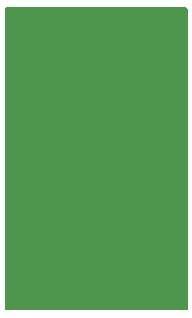
<source format=gbr>
%TF.GenerationSoftware,KiCad,Pcbnew,(7.0.0)*%
%TF.CreationDate,2023-05-24T22:36:58+02:00*%
%TF.ProjectId,WSON to SOIC,57534f4e-2074-46f2-9053-4f49432e6b69,rev?*%
%TF.SameCoordinates,Original*%
%TF.FileFunction,Soldermask,Bot*%
%TF.FilePolarity,Negative*%
%FSLAX46Y46*%
G04 Gerber Fmt 4.6, Leading zero omitted, Abs format (unit mm)*
G04 Created by KiCad (PCBNEW (7.0.0)) date 2023-05-24 22:36:58*
%MOMM*%
%LPD*%
G01*
G04 APERTURE LIST*
G04 APERTURE END LIST*
G36*
X134684000Y-74819881D02*
G01*
X134730119Y-74866000D01*
X134747000Y-74929000D01*
X134747000Y-100331000D01*
X134730119Y-100394000D01*
X134684000Y-100440119D01*
X134621000Y-100457000D01*
X119379000Y-100457000D01*
X119316000Y-100440119D01*
X119269881Y-100394000D01*
X119253000Y-100331000D01*
X119253000Y-74929000D01*
X119269881Y-74866000D01*
X119316000Y-74819881D01*
X119379000Y-74803000D01*
X134621000Y-74803000D01*
X134684000Y-74819881D01*
G37*
M02*

</source>
